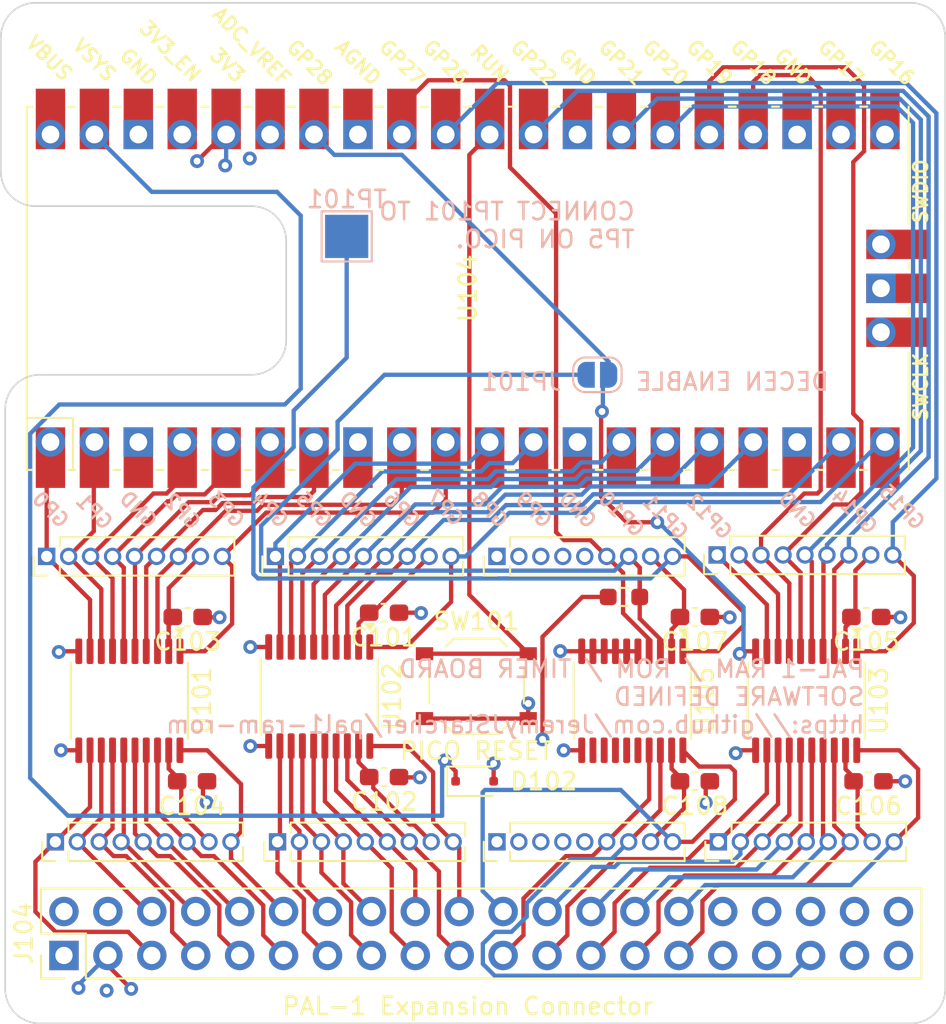
<source format=kicad_pcb>
(kicad_pcb (version 20240108) (generator "pcbnew") (generator_version "8.0")
  (layers (0 "F.Cu" signal) (1 "In1.Cu" signal) (2 "In2.Cu" signal) (31 "B.Cu" signal) (34 "B.Paste" user) (35 "F.Paste" user) (36 "B.SilkS" user "B.Silkscreen") (37 "F.SilkS" user "F.Silkscreen") (38 "B.Mask" user) (39 "F.Mask" user) (44 "Edge.Cuts" user))
  (net 0 "")
  (net 1 "GND")
  (net 2 "Net-(SW101-A)")
  (net 25 "/DEN")
  (net 26 "/HVA2")
  (net 27 "/HVA11")
  (net 28 "/HVA15")
  (net 29 "/HVA6")
  (net 30 "/HVA4")
  (net 31 "/HVA1")
  (net 32 "/HVA3")
  (net 33 "/HVA10")
  (net 34 "/HVA0")
  (net 35 "/HVA14")
  (net 36 "/HVA13")
  (net 37 "/HVA7")
  (net 38 "/HVA8")
  (net 39 "/HVA12")
  (net 40 "/HVA5")
  (net 41 "/LVA3")
  (net 42 "/LVA2")
  (net 43 "/LVA1")
  (net 44 "/LVA6")
  (net 45 "/LVA7")
  (net 46 "/LVA4")
  (net 47 "/LVA0")
  (net 48 "/LVA5")
  (net 49 "/LVA13")
  (net 50 "/LVA8")
  (net 51 "/LVA10")
  (net 52 "/LVA11")
  (net 53 "/LVA14")
  (net 54 "/LVA9")
  (net 55 "/LVA12")
  (net 56 "/LVA15")
  (net 57 "HVD0")
  (net 58 "HVD2")
  (net 59 "HVD5")
  (net 60 "HVD7")
  (net 61 "HVD6")
  (net 62 "HVD1")
  (net 63 "HVD3")
  (net 64 "HVD4")
  (net 65 "LVD1")
  (net 66 "LVD2")
  (net 67 "LVD5")
  (net 68 "LVD4")
  (net 69 "LVD3")
  (net 70 "LVD0")
  (net 71 "LVD7")
  (net 72 "LVD6")
  (net 73 "HVPHI2")
  (net 74 "HVRW")
  (net 75 "HVDEN")
  (net 76 "LVDEN")
  (net 77 "LVPHI2")
  (net 84 "LVRW")
  (net 86 "Net-(D102-K)")
  (net 87 "/HVA9")
  (net 88 "3V3")
  (net 89 "5V")
  (footprint "Connector_PinHeader_1.27mm:PinHeader_1x09_P1.27mm_Vertical" (layer "F.Cu") (at 140.88 92.5 90)
    (property "Reference" "J109" (hide yes))
    (property "Value" "Conn_01x09_Socket" (hide yes))
  )
  (footprint "Button_Switch_SMD:SW_Push_1P1T_XKB_TS-1187A" (layer "F.Cu") (at 152.5 100)
    (property "Reference" "SW101")
    (property "Value" "PICO RESET")
  )
  (footprint "Connector_PinHeader_1.27mm:PinHeader_1x09_P1.27mm_Vertical" (layer "F.Cu") (at 127.65 92.5 90)
    (property "Reference" "J107" (hide yes))
    (property "Value" "Conn_01x09_Socket" (hide yes))
  )
  (footprint "Connector_PinHeader_1.27mm:PinHeader_1x09_P1.27mm_Vertical" (layer "F.Cu") (at 128.15 109 90)
    (property "Reference" "J103" (hide yes))
    (property "Value" "Conn_01x09_Socket" (hide yes))
  )
  (footprint "Connector_PinHeader_1.27mm:PinHeader_1x09_P1.27mm_Vertical" (layer "F.Cu") (at 153.69 92.5 90)
    (property "Reference" "J110" (hide yes))
    (property "Value" "Conn_01x09_Socket" (hide yes))
  )
  (footprint "Connector_PinHeader_1.27mm:PinHeader_1x09_P1.27mm_Vertical" (layer "F.Cu") (at 166.425 92.415 90)
    (property "Reference" "J106" (hide yes))
    (property "Value" "Conn_01x09_Socket" (hide yes))
  )
  (footprint "Capacitor_SMD:C_0603_1608Metric_Pad1.08x0.95mm_HandSolder" (layer "F.Cu") (at 175.1797 105.5 180)
    (property "Reference" "C106")
    (property "Value" "0.1uf")
  )
  (footprint "Package_SO:TSSOP-20_4.4x6.5mm_P0.65mm" (layer "F.Cu") (at 143.4142 100.6005 -90)
    (property "Reference" "U102")
    (property "Value" "TXS0108EPW")
  )
  (footprint "Capacitor_SMD:C_0603_1608Metric_Pad1.08x0.95mm_HandSolder" (layer "F.Cu") (at 147.1642 95.754 180)
    (property "Reference" "C101")
    (property "Value" "0.1uf")
  )
  (footprint "Resistor_SMD:R_0603_1608Metric_Pad0.98x0.95mm_HandSolder" (layer "F.Cu") (at 161.036 94.8436)
    (property "Reference" "R101" (hide yes))
    (property "Value" "1K")
  )
  (footprint "Capacitor_SMD:C_0603_1608Metric_Pad1.08x0.95mm_HandSolder" (layer "F.Cu") (at 175.0522 96 180)
    (property "Reference" "C105")
    (property "Value" "0.1uf")
  )
  (footprint "Connector_PinHeader_2.54mm:PinHeader_2x20_P2.54mm_Vertical" (layer "F.Cu") (at 128.65 115.57 90)
    (property "Reference" "J104")
    (property "Value" "PAL-1 Expansion Connector")
  )
  (footprint "Connector_PinHeader_1.27mm:PinHeader_1x09_P1.27mm_Vertical" (layer "F.Cu") (at 166.5 109 90)
    (property "Reference" "J101" (hide yes))
    (property "Value" "Conn_01x09_Socket" (hide yes))
  )
  (footprint "Connector_PinHeader_1.27mm:PinHeader_1x09_P1.27mm_Vertical" (layer "F.Cu") (at 141 109 90)
    (property "Reference" "J105" (hide yes))
    (property "Value" "Conn_01x09_Socket" (hide yes))
  )
  (footprint "Capacitor_SMD:C_0603_1608Metric_Pad1.08x0.95mm_HandSolder" (layer "F.Cu") (at 165.1385 105.5 180)
    (property "Reference" "C108")
    (property "Value" "0.1uf")
  )
  (footprint "Capacitor_SMD:C_0603_1608Metric_Pad1.08x0.95mm_HandSolder" (layer "F.Cu") (at 135.8055 96 180)
    (property "Reference" "C103")
    (property "Value" "0.1uf")
  )
  (footprint "Package_SO:TSSOP-20_4.4x6.5mm_P0.65mm" (layer "F.Cu") (at 171.575 100.8465 -90)
    (property "Reference" "U103")
    (property "Value" "TXS0108EPW")
  )
  (footprint "Package_SO:TSSOP-20_4.4x6.5mm_P0.65mm" (layer "F.Cu") (at 161.5185 100.8465 -90)
    (property "Reference" "U105")
    (property "Value" "TXS0108EPW")
  )
  (footprint "Diode_SMD:D_SOD-323F" (layer "F.Cu") (at 152.4 105.5)
    (property "Reference" "D102")
    (property "Value" "1N4148WS" (hide yes))
  )
  (footprint "Connector_PinHeader_1.27mm:PinHeader_1x09_P1.27mm_Vertical" (layer "F.Cu") (at 153.69 109 90)
    (property "Reference" "J102" (hide yes))
    (property "Value" "Conn_01x09_Socket" (hide yes))
  )
  (footprint "Package_SO:TSSOP-20_4.4x6.5mm_P0.65mm" (layer "F.Cu") (at 132.433 100.8465 -90)
    (property "Reference" "U101")
    (property "Value" "TXS0108EPW")
  )
  (footprint "Capacitor_SMD:C_0603_1608Metric_Pad1.08x0.95mm_HandSolder" (layer "F.Cu") (at 165.1385 96 180)
    (property "Reference" "C107")
    (property "Value" "0.1uf")
  )
  (footprint "RPi_Pico:RPi_Pico_SMD_TH" (layer "F.Cu") (at 152 77 90)
    (property "Reference" "U104")
    (property "Value" "Pico")
  )
  (footprint "Capacitor_SMD:C_0603_1608Metric_Pad1.08x0.95mm_HandSolder" (layer "F.Cu") (at 147.1642 105.254 180)
    (property "Reference" "C102")
    (property "Value" "0.1uf")
  )
  (footprint "Capacitor_SMD:C_0603_1608Metric_Pad1.08x0.95mm_HandSolder" (layer "F.Cu") (at 136.0605 105.5 180)
    (property "Reference" "C104")
    (property "Value" "0.1uf")
  )
  (footprint "TestPoint:TestPoint_Pad_2.5x2.5mm" (layer "B.Cu") (at 145 74 180)
    (property "Reference" "TP101")
    (property "Value" "CONNECT TO TP5 ON PICO")
  )
  (footprint "Jumper:SolderJumper-2_P1.3mm_Open_RoundedPad1.0x1.5mm" (layer "B.Cu") (at 159.5 82 180)
    (property "Reference" "JP101")
    (property "Value" "DECEN ENABLE")
  )
  (gr_arc (start 139.5 72.25) (mid 140.914214 72.835786) (end 141.5 74.25) (stroke (width 0.1)) (layer "Edge.Cuts"))
  (gr_arc (start 177.6176 60.5) (mid 179.031814 61.085786) (end 179.6176 62.5) (stroke (width 0.1)) (layer "Edge.Cuts"))
  (gr_line (start 127.25 119.5) (end 177.6176 119.5) (stroke (width 0.1)) (layer "Edge.Cuts"))
  (gr_line (start 125 62.5) (end 125 70.25) (stroke (width 0.1)) (layer "Edge.Cuts"))
  (gr_arc (start 179.6176 117.5) (mid 179.031814 118.914214) (end 177.6176 119.5) (stroke (width 0.1)) (layer "Edge.Cuts"))
  (gr_arc (start 125 62.5) (mid 125.585786 61.085786) (end 127 60.5) (stroke (width 0.1)) (layer "Edge.Cuts"))
  (gr_line (start 141.5 74.25) (end 141.5 80) (stroke (width 0.1)) (layer "Edge.Cuts"))
  (gr_line (start 177.6176 60.5) (end 127 60.5) (stroke (width 0.1)) (layer "Edge.Cuts"))
  (gr_arc (start 127.25 119.5) (mid 125.835786 118.914214) (end 125.25 117.5) (stroke (width 0.1)) (layer "Edge.Cuts"))
  (gr_line (start 125.25 84) (end 125.25 117.5) (stroke (width 0.1)) (layer "Edge.Cuts"))
  (gr_line (start 139.5 82) (end 127.25 82) (stroke (width 0.1)) (layer "Edge.Cuts"))
  (gr_arc (start 127 72.25) (mid 125.585786 71.664214) (end 125 70.25) (stroke (width 0.1)) (layer "Edge.Cuts"))
  (gr_arc (start 141.5 80) (mid 140.914214 81.414214) (end 139.5 82) (stroke (width 0.1)) (layer "Edge.Cuts"))
  (gr_line (start 127 72.25) (end 139.5 72.25) (stroke (width 0.1)) (layer "Edge.Cuts"))
  (gr_line (start 179.6176 117.5) (end 179.6176 62.5) (stroke (width 0.1)) (layer "Edge.Cuts"))
  (gr_arc (start 125.25 84) (mid 125.835786 82.585786) (end 127.25 82) (stroke (width 0.1)) (layer "Edge.Cuts"))
  (gr_text "CONNECT TP101 TO\nTP5 ON PICO." (at 161.75 74.75 0) (layer "B.SilkS") (effects (font (size 1 1)) (justify left bottom mirror)))
  (gr_text "PAL-1 RAM / ROM / TIMER BOARD\nSOFTWARE DEFINED\nhttps://github.com/JeremyJStarcher/pal1-ram-rom" (at 175.0377 102.81 0) (layer "B.SilkS") (effects (font (size 1 1)) (justify left bottom mirror)))
  (segment (start 140.4892 103.463) (end 139.425 103.463) (width 0.25) (layer "F.Cu") (net 1))
  (segment (start 167.666 103.709) (end 167.5 103.875) (width 0.25) (layer "F.Cu") (net 1))
  (segment (start 168.65 103.709) (end 167.666 103.709) (width 0.25) (layer "F.Cu") (net 1))
  (segment (start 175.6797 96) (end 177 96) (width 0.25) (layer "F.Cu") (net 1))
  (segment (start 155.5 101.875) (end 155.5 101) (width 0.25) (layer "F.Cu") (net 1))
  (segment (start 177 96) (end 177.025 96.025) (width 0.25) (layer "F.Cu") (net 1))
  (segment (start 175.8072 105.5) (end 177.3 105.5) (width 0.25) (layer "F.Cu") (net 1))
  (segment (start 147.7917 95.754) (end 149.279 95.754) (width 0.25) (layer "F.Cu") (net 1))
  (segment (start 136.433 96) (end 136.458 96.025) (width 0.25) (layer "F.Cu") (net 1))
  (segment (start 165.766 96) (end 167.124996 96) (width 0.25) (layer "F.Cu") (net 1))
  (segment (start 177.3 105.5) (end 177.300001 105.500001) (width 0.25) (layer "F.Cu") (net 1))
  (segment (start 149.279 95.754) (end 149.3 95.775) (width 0.25) (layer "F.Cu") (net 1))
  (segment (start 167.124996 96) (end 167.149996 96.025) (width 0.25) (layer "F.Cu") (net 1))
  (segment (start 147.8127 105.275) (end 149.225004 105.275) (width 0.25) (layer "F.Cu") (net 1))
  (segment (start 136.458 96.025) (end 137.65 96.025) (width 0.25) (layer "F.Cu") (net 1))
  (segment (start 147.7917 105.254) (end 147.8127 105.275) (width 0.25) (layer "F.Cu") (net 1))
  (segment (start 136.688 105.5) (end 136.688 106.507579) (width 0.25) (layer "F.Cu") (net 1))
  (segment (start 165.766 105.5) (end 165.766 106.734008) (width 0.25) (layer "F.Cu") (net 1))
  (segment (start 129.508 103.709) (end 128.475 103.709) (width 0.25) (layer "F.Cu") (net 1))
  (segment (start 149.5 101.875) (end 155.5 101.875) (width 0.25) (layer "F.Cu") (net 1))
  (segment (start 136.688 106.507579) (end 136.898221 106.7178) (width 0.25) (layer "F.Cu") (net 1))
  (segment (start 158.5935 103.709) (end 157.55 103.709) (width 0.25) (layer "F.Cu") (net 1))
  (via (at 149.225004 105.275) (size 0.8) (drill 0.4) (layers "F.Cu" "B.Cu") (net 1))
  (via (at 155.5 101) (size 0.8) (drill 0.4) (layers "F.Cu" "B.Cu") (net 1))
  (via (at 167.149996 96.025) (size 0.8) (drill 0.4) (layers "F.Cu" "B.Cu") (net 1))
  (via (at 167.5 103.875) (size 0.8) (drill 0.4) (layers "F.Cu" "B.Cu") (net 1))
  (via (at 177.300001 105.500001) (size 0.8) (drill 0.4) (layers "F.Cu" "B.Cu") (net 1))
  (via (at 137.65 96.025) (size 0.8) (drill 0.4) (layers "F.Cu" "B.Cu") (net 1))
  (via (at 139.425 103.463) (size 0.8) (drill 0.4) (layers "F.Cu" "B.Cu") (net 1))
  (via (at 149.3 95.775) (size 0.8) (drill 0.4) (layers "F.Cu" "B.Cu") (net 1))
  (via (at 177.025 96.025) (size 0.8) (drill 0.4) (layers "F.Cu" "B.Cu") (net 1))
  (via (at 128.475 103.709) (size 0.8) (drill 0.4) (layers "F.Cu" "B.Cu") (net 1))
  (via (at 165.766 106.734008) (size 0.8) (drill 0.4) (layers "F.Cu" "B.Cu") (net 1))
  (via (at 157.55 103.709) (size 0.8) (drill 0.4) (layers "F.Cu" "B.Cu") (net 1))
  (via (at 136.898221 106.7178) (size 0.8) (drill 0.4) (layers "F.Cu" "B.Cu") (net 1))
  (segment (start 152.095 69.285) (end 153.27 68.11) (width 0.25) (layer "F.Cu") (net 2))
  (segment (start 152.095 94.72) (end 152.095 69.285) (width 0.25) (layer "F.Cu") (net 2))
  (segment (start 149.5 98.125) (end 155.5 98.125) (width 0.25) (layer "F.Cu") (net 2))
  (segment (start 155.5 98.125) (end 152.095 94.72) (width 0.25) (layer "F.Cu") (net 2))
  (segment (start 162.9658 90.525) (end 162.9664 90.5256) (width 0.25) (layer "F.Cu") (net 25))
  (segment (start 159.715 84.1758) (end 159.715 89.0522) (width 0.25) (layer "F.Cu") (net 25))
  (segment (start 168.65 97.984) (end 167.883028 97.984) (width 0.25) (layer "F.Cu") (net 25))
  (segment (start 159.715 89.0522) (end 161.1878 90.525) (width 0.25) (layer "F.Cu") (net 25))
  (segment (start 161.1878 90.525) (end 162.9658 90.525) (width 0.25) (layer "F.Cu") (net 25))
  (segment (start 167.883028 97.984) (end 167.735323 98.131705) (width 0.25) (layer "F.Cu") (net 25))
  (segment (start 159.766 84.1248) (end 159.715 84.1758) (width 0.25) (layer "F.Cu") (net 25))
  (via (at 162.9664 90.5256) (size 0.8) (drill 0.4) (layers "F.Cu" "B.Cu") (net 25))
  (via (at 159.766 84.1248) (size 0.8) (drill 0.4) (layers "F.Cu" "B.Cu") (net 25))
  (via (at 167.735323 98.131705) (size 0.8) (drill 0.4) (layers "F.Cu" "B.Cu") (net 25))
  (segment (start 159.8168 83.8708) (end 159.8168 84.074) (width 0.25) (layer "B.Cu") (net 25))
  (segment (start 159.8168 84.074) (end 159.766 84.1248) (width 0.25) (layer "B.Cu") (net 25))
  (segment (start 167.95 97.917028) (end 167.735323 98.131705) (width 0.25) (layer "B.Cu") (net 25))
  (segment (start 167.95 95.433273) (end 167.95 97.917028) (width 0.25) (layer "B.Cu") (net 25))
  (segment (start 162.9664 90.5256) (end 163.042327 90.5256) (width 0.25) (layer "B.Cu") (net 25))
  (segment (start 159.8168 82.3332) (end 160.15 82) (width 0.25) (layer "B.Cu") (net 25))
  (segment (start 159.8168 83.8708) (end 159.8168 82.3332) (width 0.25) (layer "B.Cu") (net 25))
  (segment (start 144.285 69.285) (end 143.11 68.11) (width 0.25) (layer "B.Cu") (net 25))
  (segment (start 160.15 81.245) (end 148.19 69.285) (width 0.25) (layer "B.Cu") (net 25))
  (segment (start 163.042327 90.5256) (end 167.95 95.433273) (width 0.25) (layer "B.Cu") (net 25))
  (segment (start 160.15 82) (end 160.15 81.245) (width 0.25) (layer "B.Cu") (net 25))
  (segment (start 148.19 69.285) (end 144.285 69.285) (width 0.25) (layer "B.Cu") (net 25))
  (segment (start 131.458 108.232) (end 130.69 109) (width 0.25) (layer "F.Cu") (net 26))
  (segment (start 131.458 103.709) (end 131.458 108.232) (width 0.25) (layer "F.Cu") (net 26))
  (segment (start 136.27 115.57) (end 134.905 114.205) (width 0.25) (layer "F.Cu") (net 26))
  (segment (start 132.251878 109.825) (end 131.515 109.825) (width 0.25) (layer "F.Cu") (net 26))
  (segment (start 134.905 112.478122) (end 132.251878 109.825) (width 0.25) (layer "F.Cu") (net 26))
  (segment (start 131.515 109.825) (end 130.69 109) (width 0.25) (layer "F.Cu") (net 26))
  (segment (start 134.905 114.205) (end 134.905 112.478122) (width 0.25) (layer "F.Cu") (net 26))
  (segment (start 143.0892 103.463) (end 143.0892 107.2792) (width 0.25) (layer "F.Cu") (net 27))
  (segment (start 143.0892 107.2792) (end 144.81 109) (width 0.25) (layer "F.Cu") (net 27))
  (segment (start 146.43 113.03) (end 144.81 111.41) (width 0.25) (layer "F.Cu") (net 27))
  (segment (start 144.81 111.41) (end 144.81 109) (width 0.25) (layer "F.Cu") (net 27))
  (segment (start 151.51 113.03) (end 151.51 109.35) (width 0.25) (layer "F.Cu") (net 28))
  (segment (start 151.51 109.35) (end 151.16 109) (width 0.25) (layer "F.Cu") (net 28))
  (segment (start 148.484016 103.463) (end 150 104.978984) (width 0.25) (layer "F.Cu") (net 28))
  (segment (start 150 107.84) (end 151.16 109) (width 0.25) (layer "F.Cu") (net 28))
  (segment (start 146.3392 103.463) (end 148.484016 103.463) (width 0.25) (layer "F.Cu") (net 28))
  (segment (start 150 104.978984) (end 150 107.84) (width 0.25) (layer "F.Cu") (net 28))
  (segment (start 134.058 103.709) (end 134.058 107.288) (width 0.25) (layer "F.Cu") (net 29))
  (segment (start 134.058 107.288) (end 135.77 109) (width 0.25) (layer "F.Cu") (net 29))
  (segment (start 136.595 109.825) (end 135.77 109) (width 0.25) (layer "F.Cu") (net 29))
  (segment (start 137.325 109.825) (end 136.595 109.825) (width 0.25) (layer "F.Cu") (net 29))
  (segment (start 140.175 112.675) (end 137.325 109.825) (width 0.25) (layer "F.Cu") (net 29))
  (segment (start 141.35 115.57) (end 140.175 114.395) (width 0.25) (layer "F.Cu") (net 29))
  (segment (start 140.175 114.395) (end 140.175 112.675) (width 0.25) (layer "F.Cu") (net 29))
  (segment (start 132.758 108.528) (end 133.23 109) (width 0.25) (layer "F.Cu") (net 30))
  (segment (start 137.635 112.668123) (end 134.791877 109.825) (width 0.25) (layer "F.Cu") (net 30))
  (segment (start 132.758 103.709) (end 132.758 108.528) (width 0.25) (layer "F.Cu") (net 30))
  (segment (start 134.791877 109.825) (end 134.055 109.825) (width 0.25) (layer "F.Cu") (net 30))
  (segment (start 134.055 109.825) (end 133.23 109) (width 0.25) (layer "F.Cu") (net 30))
  (segment (start 137.635 114.395) (end 137.635 112.668123) (width 0.25) (layer "F.Cu") (net 30))
  (segment (start 138.81 115.57) (end 137.635 114.395) (width 0.25) (layer "F.Cu") (net 30))
  (segment (start 133.73 113.03) (end 133.45 113.03) (width 0.25) (layer "F.Cu") (net 31))
  (segment (start 130.808 103.709) (end 130.808 107.612) (width 0.25) (layer "F.Cu") (net 31))
  (segment (start 133.45 113.03) (end 129.42 109) (width 0.25) (layer "F.Cu") (net 31))
  (segment (start 130.808 107.612) (end 129.42 109) (width 0.25) (layer "F.Cu") (net 31))
  (segment (start 132.108 108.852) (end 131.96 109) (width 0.25) (layer "F.Cu") (net 32))
  (segment (start 132.063273 109) (end 131.96 109) (width 0.25) (layer "F.Cu") (net 32))
  (segment (start 132.108 103.709) (end 132.108 108.852) (width 0.25) (layer "F.Cu") (net 32))
  (segment (start 136.093273 113.03) (end 132.063273 109) (width 0.25) (layer "F.Cu") (net 32))
  (segment (start 136.27 113.03) (end 136.093273 113.03) (width 0.25) (layer "F.Cu") (net 32))
  (segment (start 145.255 114.395) (end 145.255 112.491396) (width 0.25) (layer "F.Cu") (net 33))
  (segment (start 145.255 112.491396) (end 143.54 110.776396) (width 0.25) (layer "F.Cu") (net 33))
  (segment (start 142.4392 107.8992) (end 143.54 109) (width 0.25) (layer "F.Cu") (net 33))
  (segment (start 142.4392 103.463) (end 142.4392 107.8992) (width 0.25) (layer "F.Cu") (net 33))
  (segment (start 143.54 110.776396) (end 143.54 109) (width 0.25) (layer "F.Cu") (net 33))
  (segment (start 146.43 115.57) (end 145.255 114.395) (width 0.25) (layer "F.Cu") (net 33))
  (segment (start 127 110.15) (end 128.15 109) (width 0.25) (layer "F.Cu") (net 34))
  (segment (start 130.158 106.992) (end 128.15 109) (width 0.25) (layer "F.Cu") (net 34))
  (segment (start 130.158 103.709) (end 130.158 106.992) (width 0.25) (layer "F.Cu") (net 34))
  (segment (start 133.73 115.57) (end 132.365 114.205) (width 0.25) (layer "F.Cu") (net 34))
  (segment (start 128.163299 114.205) (end 127 113.041701) (width 0.25) (layer "F.Cu") (net 34))
  (segment (start 127 113.041701) (end 127 110.15) (width 0.25) (layer "F.Cu") (net 34))
  (segment (start 132.365 114.205) (end 128.163299 114.205) (width 0.25) (layer "F.Cu") (net 34))
  (segment (start 145.0392 103.463) (end 145.0392 105.4192) (width 0.25) (layer "F.Cu") (net 35))
  (segment (start 150.335 110.715) (end 148.62 109) (width 0.25) (layer "F.Cu") (net 35))
  (segment (start 150.335 114.395) (end 150.335 110.715) (width 0.25) (layer "F.Cu") (net 35))
  (segment (start 145.0392 105.4192) (end 148.62 109) (width 0.25) (layer "F.Cu") (net 35))
  (segment (start 151.51 115.57) (end 150.335 114.395) (width 0.25) (layer "F.Cu") (net 35))
  (segment (start 144.3892 103.463) (end 144.3892 106.0392) (width 0.25) (layer "F.Cu") (net 36))
  (segment (start 144.3892 106.0392) (end 147.35 109) (width 0.25) (layer "F.Cu") (net 36))
  (segment (start 148.97 113.03) (end 148.97 110.62) (width 0.25) (layer "F.Cu") (net 36))
  (segment (start 148.97 110.62) (end 147.35 109) (width 0.25) (layer "F.Cu") (net 36))
  (segment (start 141.35 113.03) (end 138.31 109.99) (width 0.25) (layer "F.Cu") (net 37))
  (segment (start 135.358 103.709) (end 136.9322 103.709) (width 0.25) (layer "F.Cu") (net 37))
  (segment (start 138.31 109.99) (end 138.31 109) (width 0.25) (layer "F.Cu") (net 37))
  (segment (start 138.8872 108.4228) (end 138.31 109) (width 0.25) (layer "F.Cu") (net 37))
  (segment (start 136.9322 103.709) (end 138.8872 105.664) (width 0.25) (layer "F.Cu") (net 37))
  (segment (start 138.8872 105.664) (end 138.8872 108.4228) (width 0.25) (layer "F.Cu") (net 37))
  (segment (start 141 110.776396) (end 141 109) (width 0.25) (layer "F.Cu") (net 38))
  (segment (start 141.1392 108.8608) (end 141.1392 103.463) (width 0.25) (layer "F.Cu") (net 38))
  (segment (start 142.525 112.301396) (end 141 110.776396) (width 0.25) (layer "F.Cu") (net 38))
  (segment (start 141 109) (end 141.1392 108.8608) (width 0.25) (layer "F.Cu") (net 38))
  (segment (start 143.89 115.57) (end 142.525 114.205) (width 0.25) (layer "F.Cu") (net 38))
  (segment (start 142.525 114.205) (end 142.525 112.301396) (width 0.25) (layer "F.Cu") (net 38))
  (segment (start 147.605 110.525) (end 146.08 109) (width 0.25) (layer "F.Cu") (net 39))
  (segment (start 147.605 114.205) (end 147.605 110.525) (width 0.25) (layer "F.Cu") (net 39))
  (segment (start 148.97 115.57) (end 147.605 114.205) (width 0.25) (layer "F.Cu") (net 39))
  (segment (start 143.7392 106.6592) (end 146.08 109) (width 0.25) (layer "F.Cu") (net 39))
  (segment (start 143.7392 103.463) (end 143.7392 106.6592) (width 0.25) (layer "F.Cu") (net 39))
  (segment (start 138.81 113.03) (end 138.633273 113.03) (width 0.25) (layer "F.Cu") (net 40))
  (segment (start 134.603273 109) (end 134.5 109) (width 0.25) (layer "F.Cu") (net 40))
  (segment (start 133.408 103.709) (end 133.408 107.908) (width 0.25) (layer "F.Cu") (net 40))
  (segment (start 133.408 107.908) (end 134.5 109) (width 0.25) (layer "F.Cu") (net 40))
  (segment (start 138.633273 113.03) (end 134.603273 109) (width 0.25) (layer "F.Cu") (net 40))
  (segment (start 132.108 93.148) (end 131.46 92.5) (width 0.25) (layer "F.Cu") (net 41))
  (segment (start 138.03 87.6744) (end 138.03 85.89) (width 0.25) (layer "F.Cu") (net 41))
  (segment (start 134.771396 89.315) (end 135.171996 88.9144) (width 0.25) (layer "F.Cu") (net 41))
  (segment (start 135.171996 88.9144) (end 136.79 88.9144) (width 0.25) (layer "F.Cu") (net 41))
  (segment (start 131.46 92.5) (end 134.645 89.315) (width 0.25) (layer "F.Cu") (net 41))
  (segment (start 136.79 88.9144) (end 138.03 87.6744) (width 0.25) (layer "F.Cu") (net 41))
  (segment (start 134.645 89.315) (end 134.771396 89.315) (width 0.25) (layer "F.Cu") (net 41))
  (segment (start 132.108 97.984) (end 132.108 93.148) (width 0.25) (layer "F.Cu") (net 41))
  (segment (start 135.49 87.96) (end 135.49 85.89) (width 0.25) (layer "F.Cu") (net 42))
  (segment (start 130.19 92.5) (end 133.825 88.865) (width 0.25) (layer "F.Cu") (net 42))
  (segment (start 134.585 88.865) (end 135.49 87.96) (width 0.25) (layer "F.Cu") (net 42))
  (segment (start 131.458 97.984) (end 131.458 93.768) (width 0.25) (layer "F.Cu") (net 42))
  (segment (start 133.825 88.865) (end 134.585 88.865) (width 0.25) (layer "F.Cu") (net 42))
  (segment (start 131.458 93.768) (end 130.19 92.5) (width 0.25) (layer "F.Cu") (net 42))
  (segment (start 128.92 92.5) (end 130.375 91.045) (width 0.25) (layer "F.Cu") (net 43))
  (segment (start 130.375 85.925) (end 130.41 85.89) (width 0.25) (layer "F.Cu") (net 43))
  (segment (start 130.808 97.984) (end 130.808 94.388) (width 0.25) (layer "F.Cu") (net 43))
  (segment (start 130.375 91.045) (end 130.375 85.925) (width 0.25) (layer "F.Cu") (net 43))
  (segment (start 130.808 94.388) (end 128.92 92.5) (width 0.25) (layer "F.Cu") (net 43))
  (segment (start 135.373273 92.5) (end 138.008073 89.8652) (width 0.25) (layer "F.Cu") (net 44))
  (segment (start 147.6082 89.5168) (end 148.19 88.935) (width 0.25) (layer "F.Cu") (net 44))
  (segment (start 134.058 97.984) (end 134.058 93.712) (width 0.25) (layer "F.Cu") (net 44))
  (segment (start 134.058 93.712) (end 135.27 92.5) (width 0.25) (layer "F.Cu") (net 44))
  (segment (start 138.008073 89.8652) (end 139.808404 89.8652) (width 0.25) (layer "F.Cu") (net 44))
  (segment (start 148.19 88.935) (end 148.19 85.89) (width 0.25) (layer "F.Cu") (net 44))
  (segment (start 135.27 92.5) (end 135.373273 92.5) (width 0.25) (layer "F.Cu") (net 44))
  (segment (start 140.156804 89.5168) (end 147.6082 89.5168) (width 0.25) (layer "F.Cu") (net 44))
  (segment (start 139.808404 89.8652) (end 140.156804 89.5168) (width 0.25) (layer "F.Cu") (net 44))
  (segment (start 136.787016 97.984) (end 138.375 96.396016) (width 0.25) (layer "F.Cu") (net 45))
  (segment (start 150.0082 89.9668) (end 150.73 89.245) (width 0.25) (layer "F.Cu") (net 45))
  (segment (start 140.3432 89.9668) (end 150.0082 89.9668) (width 0.25) (layer "F.Cu") (net 45))
  (segment (start 138.375 96.396016) (end 138.375 93.065) (width 0.25) (layer "F.Cu") (net 45))
  (segment (start 137.81 92.5) (end 140.3432 89.9668) (width 0.25) (layer "F.Cu") (net 45))
  (segment (start 135.358 97.984) (end 136.787016 97.984) (width 0.25) (layer "F.Cu") (net 45))
  (segment (start 138.375 93.065) (end 137.81 92.5) (width 0.25) (layer "F.Cu") (net 45))
  (segment (start 150.73 89.245) (end 150.73 85.89) (width 0.25) (layer "F.Cu") (net 45))
  (segment (start 137.236081 89.3644) (end 137.635281 88.9652) (width 0.25) (layer "F.Cu") (net 46))
  (segment (start 137.635281 88.9652) (end 139.4098 88.9652) (width 0.25) (layer "F.Cu") (net 46))
  (segment (start 135.8656 89.3644) (end 137.236081 89.3644) (width 0.25) (layer "F.Cu") (net 46))
  (segment (start 132.758 97.984) (end 132.758 92.528) (width 0.25) (layer "F.Cu") (net 46))
  (segment (start 132.73 92.5) (end 135.8656 89.3644) (width 0.25) (layer "F.Cu") (net 46))
  (segment (start 140.57 87.805) (end 140.57 85.89) (width 0.25) (layer "F.Cu") (net 46))
  (segment (start 139.4098 88.9652) (end 140.57 87.805) (width 0.25) (layer "F.Cu") (net 46))
  (segment (start 132.758 92.528) (end 132.73 92.5) (width 0.25) (layer "F.Cu") (net 46))
  (segment (start 127.65 92.5) (end 127.65 86.11) (width 0.25) (layer "F.Cu") (net 47))
  (segment (start 127.65 86.11) (end 127.87 85.89) (width 0.25) (layer "F.Cu") (net 47))
  (segment (start 130.158 97.984) (end 130.158 95.008) (width 0.25) (layer "F.Cu") (net 47))
  (segment (start 130.158 95.008) (end 127.65 92.5) (width 0.25) (layer "F.Cu") (net 47))
  (segment (start 133.408 93.092) (end 134 92.5) (width 0.25) (layer "F.Cu") (net 48))
  (segment (start 139.970408 89.0668) (end 142.7582 89.0668) (width 0.25) (layer "F.Cu") (net 48))
  (segment (start 133.408 97.984) (end 133.408 93.092) (width 0.25) (layer "F.Cu") (net 48))
  (segment (start 137.422477 89.8144) (end 137.821677 89.4152) (width 0.25) (layer "F.Cu") (net 48))
  (segment (start 143.11 88.715) (end 143.11 85.89) (width 0.25) (layer "F.Cu") (net 48))
  (segment (start 137.821677 89.4152) (end 139.622008 89.4152) (width 0.25) (layer "F.Cu") (net 48))
  (segment (start 139.622008 89.4152) (end 139.970408 89.0668) (width 0.25) (layer "F.Cu") (net 48))
  (segment (start 134 92.5) (end 136.6856 89.8144) (width 0.25) (layer "F.Cu") (net 48))
  (segment (start 142.7582 89.0668) (end 143.11 88.715) (width 0.25) (layer "F.Cu") (net 48))
  (segment (start 136.6856 89.8144) (end 137.422477 89.8144) (width 0.25) (layer "F.Cu") (net 48))
  (segment (start 144.3892 97.738) (end 144.3892 95.3408) (width 0.25) (layer "F.Cu") (net 49))
  (segment (start 144.3892 95.3408) (end 147.23 92.5) (width 0.25) (layer "F.Cu") (net 49))
  (segment (start 149.7848 89.9452) (end 153.162388 89.9452) (width 0.25) (layer "B.Cu") (net 49))
  (segment (start 153.162388 89.9452) (end 154.178388 88.9292) (width 0.25) (layer "B.Cu") (net 49))
  (segment (start 165.9428 88.4572) (end 168.51 85.89) (width 0.25) (layer "B.Cu") (net 49))
  (segment (start 154.178388 88.9292) (end 158.597988 88.9292) (width 0.25) (layer "B.Cu") (net 49))
  (segment (start 158.597988 88.9292) (end 159.069988 88.4572) (width 0.25) (layer "B.Cu") (net 49))
  (segment (start 147.23 92.5) (end 149.7848 89.9452) (width 0.25) (layer "B.Cu") (net 49))
  (segment (start 159.069988 88.4572) (end 165.9428 88.4572) (width 0.25) (layer "B.Cu") (net 49))
  (segment (start 141.1392 97.738) (end 141.1392 92.7592) (width 0.25) (layer "F.Cu") (net 50))
  (segment (start 141.1392 92.7592) (end 140.88 92.5) (width 0.25) (layer "F.Cu") (net 50))
  (segment (start 140.88 91.75) (end 145.4936 87.1364) (width 0.25) (layer "B.Cu") (net 50))
  (segment (start 152.0236 87.1364) (end 153.27 85.89) (width 0.25) (layer "B.Cu") (net 50))
  (segment (start 140.88 92.5) (end 140.88 91.75) (width 0.25) (layer "B.Cu") (net 50))
  (segment (start 145.4936 87.1364) (end 152.0236 87.1364) (width 0.25) (layer "B.Cu") (net 50))
  (segment (start 142.4392 97.738) (end 142.4392 93.4808) (width 0.25) (layer "F.Cu") (net 51))
  (segment (start 142.4392 93.4808) (end 143.42 92.5) (width 0.25) (layer "F.Cu") (net 51))
  (segment (start 158.553 87.065) (end 159.715 87.065) (width 0.25) (layer "B.Cu") (net 51))
  (segment (start 153.162 88.0364) (end 153.6192 87.5792) (width 0.25) (layer "B.Cu") (net 51))
  (segment (start 153.6192 87.5792) (end 158.0388 87.5792) (width 0.25) (layer "B.Cu") (net 51))
  (segment (start 158.0388 87.5792) (end 158.553 87.065) (width 0.25) (layer "B.Cu") (net 51))
  (segment (start 147.8836 88.0364) (end 153.162 88.0364) (width 0.25) (layer "B.Cu") (net 51))
  (segment (start 143.42 92.5) (end 147.8836 88.0364) (width 0.25) (layer "B.Cu") (net 51))
  (segment (start 159.715 87.065) (end 160.89 85.89) (width 0.25) (layer "B.Cu") (net 51))
  (segment (start 143.0892 94.1008) (end 144.69 92.5) (width 0.25) (layer "F.Cu") (net 52))
  (segment (start 143.0892 97.738) (end 143.0892 94.1008) (width 0.25) (layer "F.Cu") (net 52))
  (segment (start 158.225196 88.0292) (end 158.697196 87.5572) (width 0.25) (layer "B.Cu") (net 52))
  (segment (start 144.69 92.5) (end 148.7036 88.4864) (width 0.25) (layer "B.Cu") (net 52))
  (segment (start 148.7036 88.4864) (end 153.348396 88.4864) (width 0.25) (layer "B.Cu") (net 52))
  (segment (start 161.7628 87.5572) (end 163.43 85.89) (width 0.25) (layer "B.Cu") (net 52))
  (segment (start 153.348396 88.4864) (end 153.805596 88.0292) (width 0.25) (layer "B.Cu") (net 52))
  (segment (start 158.697196 87.5572) (end 161.7628 87.5572) (width 0.25) (layer "B.Cu") (net 52))
  (segment (start 153.805596 88.0292) (end 158.225196 88.0292) (width 0.25) (layer "B.Cu") (net 52))
  (segment (start 146.8856 93.5) (end 147.5 93.5) (width 0.25) (layer "F.Cu") (net 53))
  (segment (start 145.0392 95.3464) (end 146.8856 93.5) (width 0.25) (layer "F.Cu") (net 53))
  (segment (start 145.0392 97.738) (end 145.0392 95.3464) (width 0.25) (layer "F.Cu") (net 53))
  (segment (start 147.5 93.5) (end 148.5 92.5) (width 0.25) (layer "F.Cu") (net 53))
  (segment (start 153.348784 90.3952) (end 154.212384 89.5316) (width 0.25) (layer "B.Cu") (net 53))
  (segment (start 158.631984 89.5316) (end 159.256384 88.9072) (width 0.25) (layer "B.Cu") (net 53))
  (segment (start 148.5 92.5) (end 150.6048 90.3952) (width 0.25) (layer "B.Cu") (net 53))
  (segment (start 150.6048 90.3952) (end 153.348784 90.3952) (width 0.25) (layer "B.Cu") (net 53))
  (segment (start 159.256384 88.9072) (end 170.5728 88.9072) (width 0.25) (layer "B.Cu") (net 53))
  (segment (start 154.212384 89.5316) (end 158.631984 89.5316) (width 0.25) (layer "B.Cu") (net 53))
  (segment (start 170.5728 88.9072) (end 173.59 85.89) (width 0.25) (layer "B.Cu") (net 53))
  (segment (start 141.7892 92.8608) (end 142.15 92.5) (width 0.25) (layer "F.Cu") (net 54))
  (segment (start 141.7892 97.738) (end 141.7892 92.8608) (width 0.25) (layer "F.Cu") (net 54))
  (segment (start 154.5928 87.1072) (end 155.81 85.89) (width 0.25) (layer "B.Cu") (net 54))
  (segment (start 153.25082 87.1072) (end 154.5928 87.1072) (width 0.25) (layer "B.Cu") (net 54))
  (segment (start 142.15 92.5) (end 147.0636 87.5864) (width 0.25) (layer "B.Cu") (net 54))
  (segment (start 152.77162 87.5864) (end 153.25082 87.1072) (width 0.25) (layer "B.Cu") (net 54))
  (segment (start 147.0636 87.5864) (end 152.77162 87.5864) (width 0.25) (layer "B.Cu") (net 54))
  (segment (start 143.7392 97.738) (end 143.7392 94.7208) (width 0.25) (layer "F.Cu") (net 55))
  (segment (start 143.7392 94.7208) (end 145.96 92.5) (width 0.25) (layer "F.Cu") (net 55))
  (segment (start 148.9648 89.4952) (end 152.975992 89.4952) (width 0.25) (layer "B.Cu") (net 55))
  (segment (start 158.883592 88.0072) (end 163.8528 88.0072) (width 0.25) (layer "B.Cu") (net 55))
  (segment (start 152.975992 89.4952) (end 153.991992 88.4792) (width 0.25) (layer "B.Cu") (net 55))
  (segment (start 145.96 92.5) (end 148.9648 89.4952) (width 0.25) (layer "B.Cu") (net 55))
  (segment (start 153.991992 88.4792) (end 158.411592 88.4792) (width 0.25) (layer "B.Cu") (net 55))
  (segment (start 163.8528 88.0072) (end 165.97 85.89) (width 0.25) (layer "B.Cu") (net 55))
  (segment (start 158.411592 88.4792) (end 158.883592 88.0072) (width 0.25) (layer "B.Cu") (net 55))
  (segment (start 146.3392 97.738) (end 148.433016 97.738) (width 0.25) (layer "F.Cu") (net 56))
  (segment (start 151.04 95.131016) (end 151.04 92.5) (width 0.25) (layer "F.Cu") (net 56))
  (segment (start 148.433016 97.738) (end 151.04 95.131016) (width 0.25) (layer "F.Cu") (net 56))
  (segment (start 158.81838 89.9816) (end 159.44278 89.3572) (width 0.25) (layer "B.Cu") (net 56))
  (segment (start 172.406404 89.3572) (end 175.873604 85.89) (width 0.25) (layer "B.Cu") (net 56))
  (segment (start 159.44278 89.3572) (end 172.406404 89.3572) (width 0.25) (layer "B.Cu") (net 56))
  (segment (start 175.873604 85.89) (end 176.13 85.89) (width 0.25) (layer "B.Cu") (net 56))
  (segment (start 154.39878 89.9816) (end 158.81838 89.9816) (width 0.25) (layer "B.Cu") (net 56))
  (segment (start 151.04 92.5) (end 151.88038 92.5) (width 0.25) (layer "B.Cu") (net 56))
  (segment (start 151.88038 92.5) (end 154.39878 89.9816) (width 0.25) (layer "B.Cu") (net 56))
  (segment (start 160.498299 110) (end 164.75 110) (width 0.25) (layer "F.Cu") (net 57))
  (segment (start 157.765 112.733299) (end 160.498299 110) (width 0.25) (layer "F.Cu") (net 57))
  (segment (start 165.75 109) (end 166.5 109) (width 0.25) (layer "F.Cu") (net 57))
  (segment (start 169.3 103.709) (end 169.3 106.2) (width 0.25) (layer "F.Cu") (net 57))
  (segment (start 157.765 114.395) (end 157.765 112.733299) (width 0.25) (layer "F.Cu") (net 57))
  (segment (start 169.3 106.2) (end 166.5 109) (width 0.25) (layer "F.Cu") (net 57))
  (segment (start 164.75 110) (end 165.75 109) (width 0.25) (layer "F.Cu") (net 57))
  (segment (start 156.59 115.57) (end 157.765 114.395) (width 0.25) (layer "F.Cu") (net 57))
  (segment (start 170.6 103.709) (end 170.6 107.44) (width 0.25) (layer "F.Cu") (net 58))
  (segment (start 159.13 115.57) (end 160.495 114.205) (width 0.25) (layer "F.Cu") (net 58))
  (segment (start 167.54 110.5) (end 169.04 109) (width 0.25) (layer "F.Cu") (net 58))
  (segment (start 160.495 114.205) (end 160.495 112.543299) (width 0.25) (layer "F.Cu") (net 58))
  (segment (start 170.6 107.44) (end 169.04 109) (width 0.25) (layer "F.Cu") (net 58))
  (segment (start 160.495 112.543299) (end 162.538299 110.5) (width 0.25) (layer "F.Cu") (net 58))
  (segment (start 162.538299 110.5) (end 167.54 110.5) (width 0.25) (layer "F.Cu") (net 58))
  (segment (start 172.55 108.7) (end 172.85 109) (width 0.25) (layer "F.Cu") (net 59))
  (segment (start 172.55 103.709) (end 172.55 108.7) (width 0.25) (layer "F.Cu") (net 59))
  (segment (start 163.65 111.05) (end 170.8 111.05) (width 0.25) (layer "B.Cu") (net 59))
  (segment (start 170.8 111.05) (end 172.85 109) (width 0.25) (layer "B.Cu") (net 59))
  (segment (start 161.67 113.03) (end 163.65 111.05) (width 0.25) (layer "B.Cu") (net 59))
  (segment (start 174.5 103.709) (end 176.955016 103.709) (width 0.25) (layer "F.Cu") (net 60))
  (segment (start 178.05 107.61) (end 176.66 109) (width 0.25) (layer "F.Cu") (net 60))
  (segment (start 178.05 104.803984) (end 178.05 107.61) (width 0.25) (layer "F.Cu") (net 60))
  (segment (start 176.955016 103.709) (end 178.05 104.803984) (width 0.25) (layer "F.Cu") (net 60))
  (segment (start 165.74 111.5) (end 174.16 111.5) (width 0.25) (layer "B.Cu") (net 60))
  (segment (start 174.16 111.5) (end 176.66 109) (width 0.25) (layer "B.Cu") (net 60))
  (segment (start 164.21 113.03) (end 165.74 111.5) (width 0.25) (layer "B.Cu") (net 60))
  (segment (start 164.21 115.57) (end 165.575 114.205) (width 0.25) (layer "F.Cu") (net 61))
  (segment (start 173.2 103.709) (end 173.2 108.08) (width 0.25) (layer "F.Cu") (net 61))
  (segment (start 165.575 114.205) (end 165.575 112.425) (width 0.25) (layer "F.Cu") (net 61))
  (segment (start 166.5 111.5) (end 171.62 111.5) (width 0.25) (layer "F.Cu") (net 61))
  (segment (start 165.575 112.425) (end 166.5 111.5) (width 0.25) (layer "F.Cu") (net 61))
  (segment (start 171.62 111.5) (end 174.12 109) (width 0.25) (layer "F.Cu") (net 61))
  (segment (start 173.2 108.08) (end 174.12 109) (width 0.25) (layer "F.Cu") (net 61))
  (segment (start 169.95 103.709) (end 169.95 106.82) (width 0.25) (layer "F.Cu") (net 62))
  (segment (start 169.95 106.82) (end 167.77 109) (width 0.25) (layer "F.Cu") (net 62))
  (segment (start 160.496396 110.45) (end 160.796396 110.15) (width 0.25) (layer "B.Cu") (net 62))
  (segment (start 167.327106 110.15) (end 167.77 109.707106) (width 0.25) (layer "B.Cu") (net 62))
  (segment (start 159.17 110.45) (end 160.496396 110.45) (width 0.25) (layer "B.Cu") (net 62))
  (segment (start 167.77 109.707106) (end 167.77 109) (width 0.25) (layer "B.Cu") (net 62))
  (segment (start 160.796396 110.15) (end 167.327106 110.15) (width 0.25) (layer "B.Cu") (net 62))
  (segment (start 156.59 113.03) (end 159.17 110.45) (width 0.25) (layer "B.Cu") (net 62))
  (segment (start 171.25 108.06) (end 170.31 109) (width 0.25) (layer "F.Cu") (net 63))
  (segment (start 171.25 103.709) (end 171.25 108.06) (width 0.25) (layer "F.Cu") (net 63))
  (segment (start 161.56 110.6) (end 168.71 110.6) (width 0.25) (layer "B.Cu") (net 63))
  (segment (start 168.71 110.6) (end 170.31 109) (width 0.25) (layer "B.Cu") (net 63))
  (segment (start 159.13 113.03) (end 161.56 110.6) (width 0.25) (layer "B.Cu") (net 63))
  (segment (start 171.9 108.68) (end 171.58 109) (width 0.25) (layer "F.Cu") (net 64))
  (segment (start 171.9 103.709) (end 171.9 108.68) (width 0.25) (layer "F.Cu") (net 64))
  (segment (start 163.035 114.205) (end 163.035 112.465) (width 0.25) (layer "F.Cu") (net 64))
  (segment (start 163.035 112.465) (end 164.55 110.95) (width 0.25) (layer "F.Cu") (net 64))
  (segment (start 169.63 110.95) (end 171.58 109) (width 0.25) (layer "F.Cu") (net 64))
  (segment (start 161.67 115.57) (end 163.035 114.205) (width 0.25) (layer "F.Cu") (net 64))
  (segment (start 164.55 110.95) (end 169.63 110.95) (width 0.25) (layer "F.Cu") (net 64))
  (segment (start 169.95 94.67) (end 167.695 92.415) (width 0.25) (layer "F.Cu") (net 65))
  (segment (start 169.95 97.984) (end 169.95 94.67) (width 0.25) (layer "F.Cu") (net 65))
  (segment (start 168.51 65.065) (end 168.51 68.11) (width 0.25) (layer "F.Cu") (net 66))
  (segment (start 172.225 88.865) (end 172.415 88.675) (width 0.25) (layer "F.Cu") (net 66))
  (segment (start 171.46 88.865) (end 172.225 88.865) (width 0.25) (layer "F.Cu") (net 66))
  (segment (start 168.965 92.415) (end 168.965 91.36) (width 0.25) (layer "F.Cu") (net 66))
  (segment (start 170.6 94.05) (end 168.965 92.415) (width 0.25) (layer "F.Cu") (net 66))
  (segment (start 171.6 64.675) (end 168.9 64.675) (width 0.25) (layer "F.Cu") (net 66))
  (segment (start 168.965 91.36) (end 171.46 88.865) (width 0.25) (layer "F.Cu") (net 66))
  (segment (start 168.9 64.675) (end 168.51 65.065) (width 0.25) (layer "F.Cu") (net 66))
  (segment (start 172.415 88.675) (end 172.415 65.49) (width 0.25) (layer "F.Cu") (net 66))
  (segment (start 172.415 65.49) (end 171.6 64.675) (width 0.25) (layer "F.Cu") (net 66))
  (segment (start 170.6 97.984) (end 170.6 94.05) (width 0.25) (layer "F.Cu") (net 66))
  (segment (start 172.575 92.615) (end 172.775 92.415) (width 0.25) (layer "F.Cu") (net 67))
  (segment (start 172.55 97.984) (end 172.575 97.959) (width 0.25) (layer "F.Cu") (net 67))
  (segment (start 172.575 97.959) (end 172.575 92.615) (width 0.25) (layer "F.Cu") (net 67))
  (segment (start 176.989493 66.035) (end 162.965 66.035) (width 0.25) (layer "B.Cu") (net 67))
  (segment (start 178.205 86.395) (end 178.205 67.250507) (width 0.25) (layer "B.Cu") (net 67))
  (segment (start 172.775 92.415) (end 172.775 91.825) (width 0.25) (layer "B.Cu") (net 67))
  (segment (start 162.965 66.035) (end 160.89 68.11) (width 0.25) (layer "B.Cu") (net 67))
  (segment (start 178.205 67.250507) (end 176.989493 66.035) (width 0.25) (layer "B.Cu") (net 67))
  (segment (start 172.775 91.825) (end 178.205 86.395) (width 0.25) (layer "B.Cu") (net 67))
  (segment (start 171.9 92.81) (end 171.505 92.415) (width 0.25) (layer "F.Cu") (net 68))
  (segment (start 171.9 97.984) (end 171.9 92.81) (width 0.25) (layer "F.Cu") (net 68))
  (segment (start 177.755 67.436903) (end 176.803097 66.485) (width 0.25) (layer "B.Cu") (net 68))
  (segment (start 165.055 66.485) (end 163.43 68.11) (width 0.25) (layer "B.Cu") (net 68))
  (segment (start 177.755 86.208604) (end 177.755 67.436903) (width 0.25) (layer "B.Cu") (net 68))
  (segment (start 171.505 92.415) (end 176.405 87.515) (width 0.25) (layer "B.Cu") (net 68))
  (segment (start 176.803097 66.485) (end 165.055 66.485) (width 0.25) (layer "B.Cu") (net 68))
  (segment (start 176.448604 87.515) (end 177.755 86.208604) (width 0.25) (layer "B.Cu") (net 68))
  (segment (start 176.405 87.515) (end 176.448604 87.515) (width 0.25) (layer "B.Cu") (net 68))
  (segment (start 174.3 69.7) (end 174.925 69.075) (width 0.25) (layer "F.Cu") (net 69))
  (segment (start 173.855 64.225) (end 166.775 64.225) (width 0.25) (layer "F.Cu") (net 69))
  (segment (start 174.765 88.81) (end 174.765 84.715) (width 0.25) (layer "F.Cu") (net 69))
  (segment (start 174.925 69.075) (end 174.925 65.295) (width 0.25) (layer "F.Cu") (net 69))
  (segment (start 174.3 84.25) (end 174.3 69.7) (width 0.25) (layer "F.Cu") (net 69))
  (segment (start 174.075 89.5) (end 174.765 88.81) (width 0.25) (layer "F.Cu") (net 69))
  (segment (start 170.235 92.415) (end 173.15 89.5) (width 0.25) (layer "F.Cu") (net 69))
  (segment (start 171.25 93.43) (end 170.235 92.415) (width 0.25) (layer "F.Cu") (net 69))
  (segment (start 173.15 89.5) (end 174.075 89.5) (width 0.25) (layer "F.Cu") (net 69))
  (segment (start 174.925 65.295) (end 173.855 64.225) (width 0.25) (layer "F.Cu") (net 69))
  (segment (start 174.765 84.715) (end 174.3 84.25) (width 0.25) (layer "F.Cu") (net 69))
  (segment (start 166.775 64.225) (end 165.97 65.03) (width 0.25) (layer "F.Cu") (net 69))
  (segment (start 171.25 97.984) (end 171.25 93.43) (width 0.25) (layer "F.Cu") (net 69))
  (segment (start 165.97 65.03) (end 165.97 68.11) (width 0.25) (layer "F.Cu") (net 69))
  (segment (start 169.3 97.984) (end 169.3 95.29) (width 0.25) (layer "F.Cu") (net 70))
  (segment (start 169.3 95.29) (end 166.425 92.415) (width 0.25) (layer "F.Cu") (net 70))
  (segment (start 176.162016 97.984) (end 177.8 96.346016) (width 0.25) (layer "F.Cu") (net 71))
  (segment (start 174.5 97.984) (end 176.162016 97.984) (width 0.25) (layer "F.Cu") (net 71))
  (segment (start 177.8 96.346016) (end 177.8 93.63) (width 0.25) (layer "F.Cu") (net 71))
  (segment (start 177.8 93.63) (end 176.585 92.415) (width 0.25) (layer "F.Cu") (net 71))
  (segment (start 176.585 92.415) (end 176.585 90.515) (width 0.25) (layer "B.Cu") (net 71))
  (segment (start 177.362285 65.135) (end 153.705 65.135) (width 0.25) (layer "B.Cu") (net 71))
  (segment (start 179.105 87.995) (end 179.105 66.877715) (width 0.25) (layer "B.Cu") (net 71))
  (segment (start 153.705 65.135) (end 150.73 68.11) (width 0.25) (layer "B.Cu") (net 71))
  (segment (start 176.585 90.515) (end 179.105 87.995) (width 0.25) (layer "B.Cu") (net 71))
  (segment (start 179.105 66.877715) (end 177.362285 65.135) (width 0.25) (layer "B.Cu") (net 71))
  (segment (start 173.2 93.26) (end 174.045 92.415) (width 0.25) (layer "F.Cu") (net 72))
  (segment (start 173.2 97.984) (end 173.2 93.26) (width 0.25) (layer "F.Cu") (net 72))
  (segment (start 178.655 86.77) (end 178.655 67.064111) (width 0.25) (layer "B.Cu") (net 72))
  (segment (start 178.655 67.064111) (end 177.175889 65.585) (width 0.25) (layer "B.Cu") (net 72))
  (segment (start 177.175889 65.585) (end 158.335 65.585) (width 0.25) (layer "B.Cu") (net 72))
  (segment (start 158.335 65.585) (end 155.81 68.11) (width 0.25) (layer "B.Cu") (net 72))
  (segment (start 174.045 92.415) (end 174.045 91.38) (width 0.25) (layer "B.Cu") (net 72))
  (segment (start 174.045 91.38) (end 178.655 86.77) (width 0.25) (layer "B.Cu") (net 72))
  (segment (start 167.45 106.546016) (end 164.996016 109) (width 0.25) (layer "F.Cu") (net 73))
  (segment (start 167.171016 104.65) (end 167.45 104.928984) (width 0.25) (layer "F.Cu") (net 73))
  (segment (start 164.4435 103.709) (end 165.3845 104.65) (width 0.25) (layer "F.Cu") (net 73))
  (segment (start 167.45 104.928984) (end 167.45 106.546016) (width 0.25) (layer "F.Cu") (net 73))
  (segment (start 165.3845 104.65) (end 167.171016 104.65) (width 0.25) (layer "F.Cu") (net 73))
  (segment (start 164.996016 109) (end 163.85 109) (width 0.25) (layer "F.Cu") (net 73))
  (segment (start 154.05 113.03) (end 152.865 111.845) (width 0.25) (layer "B.Cu") (net 73))
  (segment (start 160.85 106) (end 163.85 109) (width 0.25) (layer "B.Cu") (net 73))
  (segment (start 152.865 106.135) (end 153 106) (width 0.25) (layer "B.Cu") (net 73))
  (segment (start 153 106) (end 160.85 106) (width 0.25) (layer "B.Cu") (net 73))
  (segment (start 152.865 111.845) (end 152.865 106.135) (width 0.25) (layer "B.Cu") (net 73))
  (segment (start 162.4935 103.709) (end 162.4935 106.5465) (width 0.25) (layer "F.Cu") (net 74))
  (segment (start 159.215 109.825) (end 160.04 109) (width 0.25) (layer "F.Cu") (net 74))
  (segment (start 162.4935 106.5465) (end 160.04 109) (width 0.25) (layer "F.Cu") (net 74))
  (segment (start 157.675 109.825) (end 159.215 109.825) (width 0.25) (layer "F.Cu") (net 74))
  (segment (start 154.05 115.57) (end 155.225 114.395) (width 0.25) (layer "F.Cu") (net 74))
  (segment (start 155.225 114.395) (end 155.225 112.275) (width 0.25) (layer "F.Cu") (net 74))
  (segment (start 155.225 112.275) (end 157.675 109.825) (width 0.25) (layer "F.Cu") (net 74))
  (segment (start 163.1435 103.709) (end 163.1435 107.1665) (width 0.25) (layer "F.Cu") (net 75))
  (segment (start 163.1435 107.1665) (end 161.31 109) (width 0.25) (layer "F.Cu") (net 75))
  (segment (start 160.31 110) (end 161.31 109) (width 0.25) (layer "B.Cu") (net 75))
  (segment (start 157.958299 110) (end 160.31 110) (width 0.25) (layer "B.Cu") (net 75))
  (segment (start 155.415 112.543299) (end 157.958299 110) (width 0.25) (layer "B.Cu") (net 75))
  (segment (start 171.83 115.57) (end 170.655 116.745) (width 0.25) (layer "B.Cu") (net 75))
  (segment (start 155.415 113.326701) (end 155.415 112.543299) (width 0.25) (layer "B.Cu") (net 75))
  (segment (start 152.875 114.893299) (end 153.563299 114.205) (width 0.25) (layer "B.Cu") (net 75))
  (segment (start 152.875 116.056701) (end 152.875 114.893299) (width 0.25) (layer "B.Cu") (net 75))
  (segment (start 153.563299 114.205) (end 154.536701 114.205) (width 0.25) (layer "B.Cu") (net 75))
  (segment (start 170.655 116.745) (end 153.563299 116.745) (width 0.25) (layer "B.Cu") (net 75))
  (segment (start 154.536701 114.205) (end 155.415 113.326701) (width 0.25) (layer "B.Cu") (net 75))
  (segment (start 153.563299 116.745) (end 152.875 116.056701) (width 0.25) (layer "B.Cu") (net 75))
  (segment (start 161.9485 94.8436) (end 161.9485 93.1385) (width 0.25) (layer "F.Cu") (net 76))
  (segment (start 163.1435 97.984) (end 163.1435 97.292688) (width 0.25) (layer "F.Cu") (net 76))
  (segment (start 161.9485 93.1385) (end 161.31 92.5) (width 0.25) (layer "F.Cu") (net 76))
  (segment (start 161.0849 92.2749) (end 161.31 92.5) (width 0.25) (layer "F.Cu") (net 76))
  (segment (start 161.9485 96.097688) (end 161.9485 93.1385) (width 0.25) (layer "F.Cu") (net 76))
  (segment (start 163.1435 97.292688) (end 161.9485 96.097688) (width 0.25) (layer "F.Cu") (net 76))
  (segment (start 144.475 86.3092) (end 144.475 84.715) (width 0.25) (layer "B.Cu") (net 76))
  (segment (start 160.485 93.325) (end 140.055 93.325) (width 0.25) (layer "B.Cu") (net 76))
  (segment (start 144.475 84.715) (end 147.19 82) (width 0.25) (layer "B.Cu") (net 76))
  (segment (start 140.055 93.325) (end 140.055 90.7292) (width 0.25) (layer "B.Cu") (net 76))
  (segment (start 140.055 90.7292) (end 144.475 86.3092) (width 0.25) (layer "B.Cu") (net 76))
  (segment (start 161.31 92.5) (end 160.485 93.325) (width 0.25) (layer "B.Cu") (net 76))
  (segment (start 147.19 82) (end 158.85 82) (width 0.25) (layer "B.Cu") (net 76))
  (segment (start 164.746016 92.5) (end 167.95 95.703984) (width 0.25) (layer "F.Cu") (net 77))
  (segment (start 167.95 96.5) (end 166.466 97.984) (width 0.25) (layer "F.Cu") (net 77))
  (segment (start 167.95 95.703984) (end 167.95 96.5) (width 0.25) (layer "F.Cu") (net 77))
  (segment (start 166.466 97.984) (end 164.4435 97.984) (width 0.25) (layer "F.Cu") (net 77))
  (segment (start 163.85 92.5) (end 164.746016 92.5) (width 0.25) (layer "F.Cu") (net 77))
  (segment (start 139.605 88.516701) (end 141.935 86.186701) (width 0.25) (layer "B.Cu") (net 77))
  (segment (start 139.605 93.511396) (end 139.605 88.516701) (width 0.25) (layer "B.Cu") (net 77))
  (segment (start 163.85 92.5) (end 162.575 93.775) (width 0.25) (layer "B.Cu") (net 77))
  (segment (start 145 81.0092) (end 145 74) (width 0.25) (layer "B.Cu") (net 77))
  (segment (start 141.935 84.0742) (end 145 81.0092) (width 0.25) (layer "B.Cu") (net 77))
  (segment (start 162.575 93.775) (end 139.868604 93.775) (width 0.25) (layer "B.Cu") (net 77))
  (segment (start 141.935 86.186701) (end 141.935 84.0742) (width 0.25) (layer "B.Cu") (net 77))
  (segment (start 139.868604 93.775) (end 139.605 93.511396) (width 0.25) (layer "B.Cu") (net 77))
  (segment (start 157.1114 72.6756) (end 154.445 70.0092) (width 0.25) (layer "F.Cu") (net 84))
  (segment (start 160.9852 95.784388) (end 160.9852 93.4452) (width 0.25) (layer "F.Cu") (net 84))
  (segment (start 157.565384 91.5546) (end 157.1114 91.100616) (width 0.25) (layer "F.Cu") (net 84))
  (segment (start 148.19 66.5) (end 148.19 68.11) (width 0.25) (layer "F.Cu") (net 84))
  (segment (start 160.9852 93.4452) (end 160.04 92.5) (width 0.25) (layer "F.Cu") (net 84))
  (segment (start 149.7168 64.9732) (end 148.19 66.5) (width 0.25) (layer "F.Cu") (net 84))
  (segment (start 154.1272 64.9732) (end 149.7168 64.9732) (width 0.25) (layer "F.Cu") (net 84))
  (segment (start 160.04 92.5) (end 159.0946 91.5546) (width 0.25) (layer "F.Cu") (net 84))
  (segment (start 154.445 70.0092) (end 154.445 65.291) (width 0.25) (layer "F.Cu") (net 84))
  (segment (start 159.0946 91.5546) (end 157.565384 91.5546) (width 0.25) (layer "F.Cu") (net 84))
  (segment (start 157.1114 91.100616) (end 157.1114 72.6756) (width 0.25) (layer "F.Cu") (net 84))
  (segment (start 162.4935 97.984) (end 162.4935 97.292688) (width 0.25) (layer "F.Cu") (net 84))
  (segment (start 162.4935 97.292688) (end 160.9852 95.784388) (width 0.25) (layer "F.Cu") (net 84))
  (segment (start 154.445 65.291) (end 154.1272 64.9732) (width 0.25) (layer "F.Cu") (net 84))
  (segment (start 151.3 104.9196) (end 150.6728 104.2924) (width 0.25) (layer "F.Cu") (net 86))
  (segment (start 151.3 105.5) (end 151.3 104.9196) (width 0.25) (layer "F.Cu") (net 86))
  (via (at 150.6728 104.2924) (size 0.8) (drill 0.4) (layers "F.Cu" "B.Cu") (net 86))
  (segment (start 150.6728 104.2924) (end 150.5204 104.4448) (width 0.25) (layer "B.Cu") (net 86))
  (segment (start 128.379899 83.7184) (end 141.4272 83.7184) (width 0.25) (layer "B.Cu") (net 86))
  (segment (start 142.3416 82.804) (end 142.3416 72.7964) (width 0.25) (layer "B.Cu") (net 86))
  (segment (start 126.695 85.403299) (end 128.379899 83.7184) (width 0.25) (layer "B.Cu") (net 86))
  (segment (start 126.695 105.3082) (end 126.695 85.403299) (width 0.25) (layer "B.Cu") (net 86))
  (segment (start 133.7248 71.4248) (end 130.41 68.11) (width 0.25) (layer "B.Cu") (net 86))
  (segment (start 150.5204 104.4448) (end 150.5204 107.4928) (width 0.25) (layer "B.Cu") (net 86))
  (segment (start 150.5204 107.4928) (end 128.8796 107.4928) (width 0.25) (layer "B.Cu") (net 86))
  (segment (start 141.4272 83.7184) (end 142.3416 82.804) (width 0.25) (layer "B.Cu") (net 86))
  (segment (start 142.3416 72.7964) (end 140.97 71.4248) (width 0.25) (layer "B.Cu") (net 86))
  (segment (start 140.97 71.4248) (end 133.7248 71.4248) (width 0.25) (layer "B.Cu") (net 86))
  (segment (start 128.8796 107.4928) (end 126.695 105.3082) (width 0.25) (layer "B.Cu") (net 86))
  (segment (start 143.89 113.03) (end 142.27 111.41) (width 0.25) (layer "F.Cu") (net 87))
  (segment (start 141.7892 107.885596) (end 142.27 108.366396) (width 0.25) (layer "F.Cu") (net 87))
  (segment (start 141.7892 103.463) (end 141.7892 107.885596) (width 0.25) (layer "F.Cu") (net 87))
  (segment (start 142.27 111.41) (end 142.27 109) (width 0.25) (layer "F.Cu") (net 87))
  (segment (start 142.27 108.366396) (end 142.27 109) (width 0.25) (layer "F.Cu") (net 87))
  (segment (start 157.359 97.984) (end 157.35 97.975) (width 0.25) (layer "F.Cu") (net 88))
  (segment (start 174.4247 93.3053) (end 175.315 92.415) (width 0.25) (layer "F.Cu") (net 88))
  (segment (start 134.708 97.984) (end 134.708 96.47) (width 0.25) (layer "F.Cu") (net 88))
  (segment (start 174.4247 96) (end 174.4247 93.3053) (width 0.25) (layer "F.Cu") (net 88))
  (segment (start 149.77 92.5) (end 146.516 95.754) (width 0.25) (layer "F.Cu") (net 88))
  (segment (start 164.511 96) (end 164.511 94.431) (width 0.25) (layer "F.Cu") (net 88))
  (segment (start 145.6892 97.738) (end 145.6892 96.3665) (width 0.25) (layer "F.Cu") (net 88))
  (segment (start 173.85 96.5747) (end 173.85 97.984) (width 0.25) (layer "F.Cu") (net 88))
  (segment (start 128.391 97.984) (end 128.35 98.025) (width 0.25) (layer "F.Cu") (net 88))
  (segment (start 163.7935 97.984) (end 163.7935 96.7175) (width 0.25) (layer "F.Cu") (net 88))
  (segment (start 137.884 68.11) (end 136.3472 69.6468) (width 0.25) (layer "F.Cu") (net 88))
  (segment (start 146.516 95.754) (end 146.3017 95.754) (width 0.25) (layer "F.Cu") (net 88))
  (segment (start 164.511 94.431) (end 162.58 92.5) (width 0.25) (layer "F.Cu") (net 88))
  (segment (start 158.5935 97.984) (end 157.359 97.984) (width 0.25) (layer "F.Cu") (net 88))
  (segment (start 163.7935 96.7175) (end 164.511 96) (width 0.25) (layer "F.Cu") (net 88))
  (segment (start 174.4247 96) (end 173.85 96.5747) (width 0.25) (layer "F.Cu") (net 88))
  (segment (start 138.03 68.11) (end 137.884 68.11) (width 0.25) (layer "F.Cu") (net 88))
  (segment (start 140.4892 97.738) (end 139.425 97.738) (width 0.25) (layer "F.Cu") (net 88))
  (segment (start 161.8435 97.984) (end 158.5935 97.984) (width 0.25) (layer "F.Cu") (net 88))
  (segment (start 129.508 97.984) (end 128.391 97.984) (width 0.25) (layer "F.Cu") (net 88))
  (segment (start 134.708 97.984) (end 134.708 94.332) (width 0.25) (layer "F.Cu") (net 88))
  (segment (start 145.6892 96.3665) (end 146.3017 95.754) (width 0.25) (layer "F.Cu") (net 88))
  (segment (start 134.708 94.332) (end 136.54 92.5) (width 0.25) (layer "F.Cu") (net 88))
  (segment (start 134.708 96.47) (end 135.178 96) (width 0.25) (layer "F.Cu") (net 88))
  (via (at 137.9728 69.9008) (size 0.8) (drill 0.4) (layers "F.Cu" "B.Cu") (net 88))
  (via (at 139.425 97.738) (size 0.8) (drill 0.4) (layers "F.Cu" "B.Cu") (net 88))
  (via (at 136.3472 69.6468) (size 0.8) (drill 0.4) (layers "F.Cu" "B.Cu") (net 88))
  (via (at 157.35 97.975) (size 0.8) (drill 0.4) (layers "F.Cu" "B.Cu") (net 88))
  (via (at 128.35 98.025) (size 0.8) (drill 0.4) (layers "F.Cu" "B.Cu") (net 88))
  (via (at 139.3952 69.4944) (size 0.8) (drill 0.4) (layers "F.Cu" "B.Cu") (net 88))
  (segment (start 138.03 68.11) (end 138.03 69.8436) (width 0.25) (layer "B.Cu") (net 88))
  (segment (start 138.03 69.8436) (end 137.9728 69.9008) (width 0.25) (layer "B.Cu") (net 88))
  (segment (start 164.511 107.069) (end 162.58 109) (width 0.25) (layer "F.Cu") (net 89))
  (segment (start 146.5367 105.894) (end 148.6427 108) (width 0.25) (layer "F.Cu") (net 89))
  (segment (start 158.631095 94.8436) (end 156.325 97.149695) (width 0.25) (layer "F.Cu") (net 89))
  (segment (start 160.1235 94.8436) (end 158.631095 94.8436) (width 0.25) (layer "F.Cu") (net 89))
  (segment (start 174.5522 108.1622) (end 175.39 109) (width 0.25) (layer "F.Cu") (net 89))
  (segment (start 145.6892 104.4065) (end 145.6892 103.463) (width 0.25) (layer "F.Cu") (net 89))
  (segment (start 174.5522 105.5) (end 174.5522 108.1622) (width 0.25) (layer "F.Cu") (net 89))
  (segment (start 173.85 104.7978) (end 174.5522 105.5) (width 0.25) (layer "F.Cu") (net 89))
  (segment (start 156.325 97.149695) (end 156.325 103.075) (width 0.25) (layer "F.Cu") (net 89))
  (segment (start 163.7935 104.7825) (end 164.511 105.5) (width 0.25) (layer "F.Cu") (net 89))
  (segment (start 134.708 104.775) (end 134.708 103.709) (width 0.25) (layer "F.Cu") (net 89))
  (segment (start 131.19 115.57) (end 131.19 116.1532) (width 0.25) (layer "F.Cu") (net 89))
  (segment (start 135.433 105.5) (end 134.708 104.775) (width 0.25) (layer "F.Cu") (net 89))
  (segment (start 153.5 105.5) (end 153.5 104.474996) (width 0.25) (layer "F.Cu") (net 89))
  (segment (start 131.19 116.1532) (end 132.5372 117.5004) (width 0.25) (layer "F.Cu") (net 89))
  (segment (start 163.7935 103.709) (end 163.7935 104.7825) (width 0.25) (layer "F.Cu") (net 89))
  (segment (start 146.5367 105.254) (end 146.5367 105.894) (width 0.25) (layer "F.Cu") (net 89))
  (segment (start 164.511 105.5) (end 164.511 107.069) (width 0.25) (layer "F.Cu") (net 89))
  (segment (start 148.6427 108) (end 148.89 108) (width 0.25) (layer "F.Cu") (net 89))
  (segment (start 148.89 108) (end 149.89 109) (width 0.25) (layer "F.Cu") (net 89))
  (segment (start 146.5367 105.254) (end 145.6892 104.4065) (width 0.25) (layer "F.Cu") (net 89))
  (segment (start 135.433 107.393) (end 137.04 109) (width 0.25) (layer "F.Cu") (net 89))
  (segment (start 135.433 105.5) (end 135.433 107.393) (width 0.25) (layer "F.Cu") (net 89))
  (segment (start 173.85 103.709) (end 173.85 104.7978) (width 0.25) (layer "F.Cu") (net 89))
  (via (at 156.325 103.075) (size 0.8) (drill 0.4) (layers "F.Cu" "B.Cu") (net 89))
  (via (at 131.1148 117.602) (size 0.8) (drill 0.4) (layers "F.Cu" "B.Cu") (net 89))
  (via (at 132.5372 117.5004) (size 0.8) (drill 0.4) (layers "F.Cu" "B.Cu") (net 89))
  (via (at 153.5 104.474996) (size 0.8) (drill 0.4) (layers "F.Cu" "B.Cu") (net 89))
  (via (at 129.4892 117.4496) (size 0.8) (drill 0.4) (layers "F.Cu" "B.Cu") (net 89))
  (segment (start 131.19 115.57) (end 129.4892 117.2708) (width 0.25) (layer "B.Cu") (net 89))
  (segment (start 129.4892 117.2708) (end 129.4892 117.4496) (width 0.25) (layer "B.Cu") (net 89))
)
</source>
